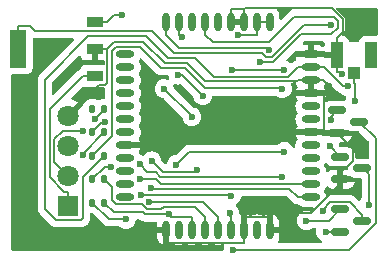
<source format=gbr>
%TF.GenerationSoftware,KiCad,Pcbnew,7.0.6*%
%TF.CreationDate,2024-04-01T13:07:50+03:00*%
%TF.ProjectId,SIM800 GPS Module,53494d38-3030-4204-9750-53204d6f6475,rev?*%
%TF.SameCoordinates,Original*%
%TF.FileFunction,Copper,L1,Top*%
%TF.FilePolarity,Positive*%
%FSLAX46Y46*%
G04 Gerber Fmt 4.6, Leading zero omitted, Abs format (unit mm)*
G04 Created by KiCad (PCBNEW 7.0.6) date 2024-04-01 13:07:50*
%MOMM*%
%LPD*%
G01*
G04 APERTURE LIST*
G04 Aperture macros list*
%AMRoundRect*
0 Rectangle with rounded corners*
0 $1 Rounding radius*
0 $2 $3 $4 $5 $6 $7 $8 $9 X,Y pos of 4 corners*
0 Add a 4 corners polygon primitive as box body*
4,1,4,$2,$3,$4,$5,$6,$7,$8,$9,$2,$3,0*
0 Add four circle primitives for the rounded corners*
1,1,$1+$1,$2,$3*
1,1,$1+$1,$4,$5*
1,1,$1+$1,$6,$7*
1,1,$1+$1,$8,$9*
0 Add four rect primitives between the rounded corners*
20,1,$1+$1,$2,$3,$4,$5,0*
20,1,$1+$1,$4,$5,$6,$7,0*
20,1,$1+$1,$6,$7,$8,$9,0*
20,1,$1+$1,$8,$9,$2,$3,0*%
G04 Aperture macros list end*
%TA.AperFunction,ComponentPad*%
%ADD10C,1.800000*%
%TD*%
%TA.AperFunction,ComponentPad*%
%ADD11R,1.800000X1.800000*%
%TD*%
%TA.AperFunction,SMDPad,CuDef*%
%ADD12R,1.473200X0.914400*%
%TD*%
%TA.AperFunction,SMDPad,CuDef*%
%ADD13R,1.473200X3.200400*%
%TD*%
%TA.AperFunction,SMDPad,CuDef*%
%ADD14O,1.600000X0.600000*%
%TD*%
%TA.AperFunction,SMDPad,CuDef*%
%ADD15O,0.600000X1.600000*%
%TD*%
%TA.AperFunction,SMDPad,CuDef*%
%ADD16RoundRect,0.135000X-0.135000X-0.185000X0.135000X-0.185000X0.135000X0.185000X-0.135000X0.185000X0*%
%TD*%
%TA.AperFunction,SMDPad,CuDef*%
%ADD17RoundRect,0.150000X-0.587500X-0.150000X0.587500X-0.150000X0.587500X0.150000X-0.587500X0.150000X0*%
%TD*%
%TA.AperFunction,SMDPad,CuDef*%
%ADD18R,1.000000X1.050000*%
%TD*%
%TA.AperFunction,SMDPad,CuDef*%
%ADD19R,1.050000X2.200000*%
%TD*%
%TA.AperFunction,ViaPad*%
%ADD20C,0.600000*%
%TD*%
%TA.AperFunction,Conductor*%
%ADD21C,0.200000*%
%TD*%
G04 APERTURE END LIST*
D10*
%TO.P,J3,4,Pin_4*%
%TO.N,GND*%
X126238000Y-85344000D03*
%TO.P,J3,3,Pin_3*%
%TO.N,RXD*%
X126238000Y-87884000D03*
%TO.P,J3,2,Pin_2*%
%TO.N,TXD*%
X126238000Y-90424000D03*
D11*
%TO.P,J3,1,Pin_1*%
%TO.N,+5V*%
X126238000Y-92964000D03*
%TD*%
D12*
%TO.P,U2,1,IN*%
%TO.N,+5V*%
X128485900Y-81992500D03*
%TO.P,U2,2,GND*%
%TO.N,GND*%
X128485900Y-79692500D03*
%TO.P,U2,3,OUT*%
%TO.N,+4.2V*%
X128485900Y-77392500D03*
D13*
%TO.P,U2,4,4*%
%TO.N,Net-(C5-Pad1)*%
X121958100Y-79692500D03*
%TD*%
D14*
%TO.P,U1,1,UART1_TXD*%
%TO.N,unconnected-(U1-UART1_TXD-Pad1)*%
X131050000Y-80150000D03*
%TO.P,U1,2,UART1_RXD*%
%TO.N,unconnected-(U1-UART1_RXD-Pad2)*%
X131050000Y-81250000D03*
%TO.P,U1,3,UART1_RTS*%
%TO.N,unconnected-(U1-UART1_RTS-Pad3)*%
X131050000Y-82350000D03*
%TO.P,U1,4,UART1_CTS*%
%TO.N,unconnected-(U1-UART1_CTS-Pad4)*%
X131050000Y-83450000D03*
%TO.P,U1,5,UART1_DCD*%
%TO.N,unconnected-(U1-UART1_DCD-Pad5)*%
X131050000Y-84550000D03*
%TO.P,U1,6,UART1_DTR*%
%TO.N,unconnected-(U1-UART1_DTR-Pad6)*%
X131050000Y-85650000D03*
%TO.P,U1,7,UART1_RI*%
%TO.N,unconnected-(U1-UART1_RI-Pad7)*%
X131050000Y-86750000D03*
%TO.P,U1,8,GND*%
%TO.N,GND*%
X131050000Y-87850000D03*
%TO.P,U1,9,MICP*%
%TO.N,unconnected-(U1-MICP-Pad9)*%
X131050000Y-88950000D03*
%TO.P,U1,10,MICN*%
%TO.N,unconnected-(U1-MICN-Pad10)*%
X131050000Y-90050000D03*
%TO.P,U1,11,SPKP*%
%TO.N,unconnected-(U1-SPKP-Pad11)*%
X131050000Y-91150000D03*
%TO.P,U1,12,SPKN*%
%TO.N,unconnected-(U1-SPKN-Pad12)*%
X131050000Y-92250000D03*
D15*
%TO.P,U1,13,GND*%
%TO.N,GND*%
X134500000Y-95000000D03*
%TO.P,U1,14,SIM_DET*%
%TO.N,unconnected-(U1-SIM_DET-Pad14)*%
X135600000Y-95000000D03*
%TO.P,U1,15,SIM_DATA*%
%TO.N,Net-(U1-SIM_DATA)*%
X136700000Y-95000000D03*
%TO.P,U1,16,SIM_CLK*%
%TO.N,Net-(U1-SIM_CLK)*%
X137800000Y-95000000D03*
%TO.P,U1,17,SIM_RST*%
%TO.N,Net-(U1-SIM_RST)*%
X138900000Y-95000000D03*
%TO.P,U1,18,SIM_VDD*%
%TO.N,Net-(J2-VCC)*%
X140000000Y-95000000D03*
%TO.P,U1,19,GND*%
%TO.N,GND*%
X141100000Y-95000000D03*
%TO.P,U1,20,BT_ANT*%
%TO.N,unconnected-(U1-BT_ANT-Pad20)*%
X142200000Y-95000000D03*
%TO.P,U1,21,GND*%
%TO.N,GND*%
X143300000Y-95000000D03*
D14*
%TO.P,U1,22,UART2_TXD*%
%TO.N,TXD*%
X146750000Y-92250000D03*
%TO.P,U1,23,UART2_RXD*%
%TO.N,RXD*%
X146750000Y-91150000D03*
%TO.P,U1,24,USB_VBUS*%
%TO.N,unconnected-(U1-USB_VBUS-Pad24)*%
X146750000Y-90050000D03*
%TO.P,U1,25,USB_DP*%
%TO.N,unconnected-(U1-USB_DP-Pad25)*%
X146750000Y-88950000D03*
%TO.P,U1,26,USB_DM*%
%TO.N,unconnected-(U1-USB_DM-Pad26)*%
X146750000Y-87850000D03*
%TO.P,U1,27,GND*%
%TO.N,GND*%
X146750000Y-86750000D03*
%TO.P,U1,28,VRTC*%
%TO.N,unconnected-(U1-VRTC-Pad28)*%
X146750000Y-85650000D03*
%TO.P,U1,29,RF_SYNC*%
%TO.N,unconnected-(U1-RF_SYNC-Pad29)*%
X146750000Y-84550000D03*
%TO.P,U1,30,GND*%
%TO.N,GND*%
X146750000Y-83450000D03*
%TO.P,U1,31,GND*%
X146750000Y-82350000D03*
%TO.P,U1,32,GSM_ANT*%
%TO.N,Net-(U1-GSM_ANT)*%
X146750000Y-81250000D03*
%TO.P,U1,33,GND*%
%TO.N,GND*%
X146750000Y-80150000D03*
D15*
%TO.P,U1,34,VBAT*%
%TO.N,+4.2V*%
X143300000Y-77400000D03*
%TO.P,U1,35,VBAT*%
X142200000Y-77400000D03*
%TO.P,U1,36,GND*%
%TO.N,GND*%
X141100000Y-77400000D03*
%TO.P,U1,37,GND*%
X140000000Y-77400000D03*
%TO.P,U1,38,ADC*%
%TO.N,unconnected-(U1-ADC-Pad38)*%
X138900000Y-77400000D03*
%TO.P,U1,39,~{PWRKEY}*%
%TO.N,Net-(Q3-C)*%
X137800000Y-77400000D03*
%TO.P,U1,40,VDD_EXT*%
%TO.N,unconnected-(U1-VDD_EXT-Pad40)*%
X136700000Y-77400000D03*
%TO.P,U1,41,NETLIGHT*%
%TO.N,NETLIGHT*%
X135600000Y-77400000D03*
%TO.P,U1,42,STATUS*%
%TO.N,STATUS*%
X134500000Y-77400000D03*
%TD*%
D16*
%TO.P,R10,1*%
%TO.N,Net-(J2-I{slash}O)*%
X128266000Y-92710000D03*
%TO.P,R10,2*%
%TO.N,Net-(U1-SIM_DATA)*%
X129286000Y-92710000D03*
%TD*%
%TO.P,R9,1*%
%TO.N,Net-(J2-CLK)*%
X128266000Y-90720000D03*
%TO.P,R9,2*%
%TO.N,Net-(U1-SIM_CLK)*%
X129286000Y-90720000D03*
%TD*%
%TO.P,R8,1*%
%TO.N,Net-(C3-Pad1)*%
X128266000Y-88730000D03*
%TO.P,R8,2*%
%TO.N,Net-(U1-GSM_ANT)*%
X129286000Y-88730000D03*
%TD*%
%TO.P,R7,1*%
%TO.N,Net-(J2-RST)*%
X128266000Y-86740000D03*
%TO.P,R7,2*%
%TO.N,Net-(U1-SIM_RST)*%
X129286000Y-86740000D03*
%TD*%
%TO.P,R3,1*%
%TO.N,GSM_PWRKY*%
X128266000Y-84750000D03*
%TO.P,R3,2*%
%TO.N,Net-(Q3-B)*%
X129286000Y-84750000D03*
%TD*%
D17*
%TO.P,Q3,1,B*%
%TO.N,Net-(Q3-B)*%
X149255000Y-93284000D03*
%TO.P,Q3,2,E*%
%TO.N,Net-(Q3-E)*%
X149255000Y-95184000D03*
%TO.P,Q3,3,C*%
%TO.N,Net-(Q3-C)*%
X151130000Y-94234000D03*
%TD*%
%TO.P,Q2,1,B*%
%TO.N,STATUS*%
X149255000Y-88834000D03*
%TO.P,Q2,2,E*%
%TO.N,GND*%
X149255000Y-90734000D03*
%TO.P,Q2,3,C*%
%TO.N,Net-(D2-K)*%
X151130000Y-89784000D03*
%TD*%
%TO.P,Q1,1,B*%
%TO.N,Net-(Q1-B)*%
X149001000Y-84902000D03*
%TO.P,Q1,2,E*%
%TO.N,GND*%
X149001000Y-86802000D03*
%TO.P,Q1,3,C*%
%TO.N,Net-(D1-K)*%
X150876000Y-85852000D03*
%TD*%
D18*
%TO.P,J1,2*%
%TO.N,Net-(C3-Pad1)*%
X150417000Y-81725000D03*
D19*
%TO.P,J1,1*%
%TO.N,GND*%
X148942000Y-80200000D03*
%TO.P,J1,3*%
%TO.N,N/C*%
X151892000Y-80200000D03*
%TD*%
D20*
%TO.N,RXD*%
X132308100Y-90736300D03*
%TO.N,TXD*%
X133215400Y-91435600D03*
X127458600Y-86618800D03*
%TO.N,Net-(C5-Pad1)*%
X148432800Y-77646500D03*
%TO.N,Net-(U1-SIM_RST)*%
X127469200Y-88653000D03*
X133091600Y-92662700D03*
%TO.N,NETLIGHT*%
X135852900Y-78714500D03*
%TO.N,+4.2V*%
X130775900Y-76830600D03*
X140592500Y-78533700D03*
%TO.N,Net-(Q3-C)*%
X147790300Y-93449200D03*
X142447800Y-80806500D03*
%TO.N,Net-(Q3-E)*%
X148001800Y-95177600D03*
%TO.N,Net-(Q3-B)*%
X146382500Y-94220800D03*
X144289700Y-90520800D03*
X132253700Y-89471700D03*
X128483000Y-85640300D03*
%TO.N,STATUS*%
X148344200Y-87923200D03*
X143186900Y-79782800D03*
%TO.N,Net-(Q1-B)*%
X148467500Y-85742400D03*
X144442900Y-81443800D03*
X140061700Y-81443800D03*
%TO.N,Net-(J2-RST)*%
X137141300Y-89934000D03*
X133289600Y-89162900D03*
X129306200Y-85891700D03*
%TO.N,Net-(J2-I{slash}O)*%
X131118600Y-94116100D03*
%TO.N,Net-(J2-CLK)*%
X129805300Y-89656400D03*
X132352500Y-92060800D03*
X140030100Y-92142100D03*
%TO.N,Net-(D2-A)*%
X137609600Y-83640400D03*
X135511800Y-81901900D03*
%TO.N,Net-(D2-K)*%
X151657100Y-92865800D03*
%TO.N,Net-(D1-A)*%
X134344100Y-83062200D03*
X136688500Y-85437300D03*
%TO.N,Net-(D1-K)*%
X140162100Y-96736900D03*
%TO.N,Net-(J2-VCC)*%
X139900000Y-93591000D03*
%TO.N,Net-(C3-Pad1)*%
X150494900Y-84096000D03*
X144342000Y-83049600D03*
%TO.N,Net-(U1-SIM_DATA)*%
X134719300Y-93673300D03*
X135360000Y-89494500D03*
X144522100Y-88384400D03*
%TO.N,GND*%
X148307700Y-82823400D03*
X149384100Y-81823100D03*
%TO.N,Net-(U1-GSM_ANT)*%
X149865500Y-82865300D03*
%TD*%
D21*
%TO.N,+5V*%
X125862400Y-91762100D02*
X126238000Y-91762100D01*
X124630800Y-90530500D02*
X125862400Y-91762100D01*
X124630800Y-84809100D02*
X124630800Y-90530500D01*
X127447400Y-81992500D02*
X124630800Y-84809100D01*
X128485900Y-81992500D02*
X127447400Y-81992500D01*
X126238000Y-92964000D02*
X126238000Y-91762100D01*
%TO.N,RXD*%
X146750000Y-91150000D02*
X145648100Y-91150000D01*
X133637600Y-90736300D02*
X132308100Y-90736300D01*
X134039400Y-91138100D02*
X133637600Y-90736300D01*
X145636200Y-91138100D02*
X134039400Y-91138100D01*
X145648100Y-91150000D02*
X145636200Y-91138100D01*
%TO.N,TXD*%
X146750000Y-92250000D02*
X145648100Y-92250000D01*
X125769900Y-86618800D02*
X127458600Y-86618800D01*
X125035800Y-87352900D02*
X125769900Y-86618800D01*
X125035800Y-89221800D02*
X125035800Y-87352900D01*
X126238000Y-90424000D02*
X125035800Y-89221800D01*
X133319900Y-91540100D02*
X133215400Y-91435600D01*
X144938200Y-91540100D02*
X133319900Y-91540100D01*
X145648100Y-92250000D02*
X144938200Y-91540100D01*
%TO.N,Net-(C5-Pad1)*%
X121958100Y-79692500D02*
X121958100Y-77790400D01*
X146174400Y-77646500D02*
X148432800Y-77646500D01*
X143436200Y-80384700D02*
X146174400Y-77646500D01*
X142937700Y-80384700D02*
X143436200Y-80384700D01*
X142588600Y-80035600D02*
X142937700Y-80384700D01*
X135141500Y-80035600D02*
X142588600Y-80035600D01*
X133279800Y-78173900D02*
X135141500Y-80035600D01*
X123380100Y-78173900D02*
X133279800Y-78173900D01*
X122996600Y-77790400D02*
X123380100Y-78173900D01*
X121958100Y-77790400D02*
X122996600Y-77790400D01*
%TO.N,Net-(U1-SIM_CLK)*%
X129948100Y-91382100D02*
X129286000Y-90720000D01*
X129948100Y-92514300D02*
X129948100Y-91382100D01*
X130285700Y-92851900D02*
X129948100Y-92514300D01*
X132420800Y-92851900D02*
X130285700Y-92851900D01*
X132853700Y-93284800D02*
X132420800Y-92851900D01*
X134098800Y-93284800D02*
X132853700Y-93284800D01*
X134345800Y-93037800D02*
X134098800Y-93284800D01*
X136939700Y-93037800D02*
X134345800Y-93037800D01*
X137800000Y-93898100D02*
X136939700Y-93037800D01*
X137800000Y-95000000D02*
X137800000Y-93898100D01*
%TO.N,Net-(U1-SIM_RST)*%
X138900000Y-95000000D02*
X138900000Y-93898100D01*
X133143600Y-92610700D02*
X133091600Y-92662700D01*
X137612600Y-92610700D02*
X133143600Y-92610700D01*
X138900000Y-93898100D02*
X137612600Y-92610700D01*
X127469200Y-88556800D02*
X127469200Y-88653000D01*
X129286000Y-86740000D02*
X127469200Y-88556800D01*
%TO.N,NETLIGHT*%
X135600000Y-77400000D02*
X135600000Y-78501900D01*
X135640300Y-78501900D02*
X135600000Y-78501900D01*
X135852900Y-78714500D02*
X135640300Y-78501900D01*
%TO.N,+4.2V*%
X130086300Y-76830600D02*
X129524400Y-77392500D01*
X130775900Y-76830600D02*
X130086300Y-76830600D01*
X128485900Y-77392500D02*
X129524400Y-77392500D01*
X142200000Y-77400000D02*
X143300000Y-77400000D01*
X142200000Y-77400000D02*
X142200000Y-78501900D01*
X140624300Y-78501900D02*
X140592500Y-78533700D01*
X142200000Y-78501900D02*
X140624300Y-78501900D01*
%TO.N,Net-(Q3-C)*%
X137800000Y-77400000D02*
X137800000Y-78501900D01*
X147790400Y-93449200D02*
X147790300Y-93449200D01*
X147790400Y-93309400D02*
X147790400Y-93449200D01*
X148418300Y-92681500D02*
X147790400Y-93309400D01*
X150080900Y-92681500D02*
X148418300Y-92681500D01*
X151130000Y-93730600D02*
X150080900Y-92681500D01*
X151130000Y-94234000D02*
X151130000Y-93730600D01*
X143582700Y-80806500D02*
X142447800Y-80806500D01*
X145936600Y-78452600D02*
X143582700Y-80806500D01*
X148479800Y-78452600D02*
X145936600Y-78452600D01*
X149039900Y-77892500D02*
X148479800Y-78452600D01*
X149039900Y-77329800D02*
X149039900Y-77892500D01*
X148684800Y-76974700D02*
X149039900Y-77329800D01*
X145371600Y-76974700D02*
X148684800Y-76974700D01*
X143210000Y-79136300D02*
X145371600Y-76974700D01*
X138434400Y-79136300D02*
X143210000Y-79136300D01*
X137800000Y-78501900D02*
X138434400Y-79136300D01*
%TO.N,Net-(Q3-E)*%
X148008200Y-95184000D02*
X148001800Y-95177600D01*
X149255000Y-95184000D02*
X148008200Y-95184000D01*
%TO.N,Net-(Q3-B)*%
X148318200Y-94220800D02*
X146382500Y-94220800D01*
X149255000Y-93284000D02*
X148318200Y-94220800D01*
X132917900Y-90135900D02*
X132253700Y-89471700D01*
X133605500Y-90135900D02*
X132917900Y-90135900D01*
X134013300Y-90543700D02*
X133605500Y-90135900D01*
X144266800Y-90543700D02*
X134013300Y-90543700D01*
X144289700Y-90520800D02*
X144266800Y-90543700D01*
X129286000Y-84837300D02*
X128483000Y-85640300D01*
X129286000Y-84750000D02*
X129286000Y-84837300D01*
%TO.N,STATUS*%
X134500000Y-77400000D02*
X134500000Y-78501900D01*
X149255000Y-88834000D02*
X148344200Y-87923200D01*
X143022900Y-79618800D02*
X143186900Y-79782800D01*
X135616900Y-79618800D02*
X143022900Y-79618800D01*
X134500000Y-78501900D02*
X135616900Y-79618800D01*
%TO.N,Net-(Q1-B)*%
X148467500Y-85435500D02*
X148467500Y-85742400D01*
X149001000Y-84902000D02*
X148467500Y-85435500D01*
X144442900Y-81443800D02*
X140061700Y-81443800D01*
%TO.N,Net-(J2-RST)*%
X129114300Y-85891700D02*
X129306200Y-85891700D01*
X128266000Y-86740000D02*
X129114300Y-85891700D01*
X136951100Y-90124200D02*
X137141300Y-89934000D01*
X134250900Y-90124200D02*
X136951100Y-90124200D01*
X133289600Y-89162900D02*
X134250900Y-90124200D01*
%TO.N,Net-(J2-I{slash}O)*%
X129672100Y-94116100D02*
X128266000Y-92710000D01*
X131118600Y-94116100D02*
X129672100Y-94116100D01*
%TO.N,Net-(J2-CLK)*%
X129329600Y-89656400D02*
X129805300Y-89656400D01*
X128266000Y-90720000D02*
X129329600Y-89656400D01*
X139948800Y-92060800D02*
X132352500Y-92060800D01*
X140030100Y-92142100D02*
X139948800Y-92060800D01*
%TO.N,Net-(D2-A)*%
X135871100Y-81901900D02*
X137609600Y-83640400D01*
X135511800Y-81901900D02*
X135871100Y-81901900D01*
%TO.N,Net-(D2-K)*%
X151657100Y-90311100D02*
X151657100Y-92865800D01*
X151130000Y-89784000D02*
X151657100Y-90311100D01*
%TO.N,Net-(D1-A)*%
X136688500Y-85406600D02*
X136688500Y-85437300D01*
X134344100Y-83062200D02*
X136688500Y-85406600D01*
%TO.N,Net-(D1-K)*%
X150004600Y-96736900D02*
X140162100Y-96736900D01*
X152273000Y-94468500D02*
X150004600Y-96736900D01*
X152273000Y-87249000D02*
X152273000Y-94468500D01*
X150876000Y-85852000D02*
X152273000Y-87249000D01*
%TO.N,Net-(J2-VCC)*%
X139900000Y-93798100D02*
X139900000Y-93591000D01*
X140000000Y-93898100D02*
X139900000Y-93798100D01*
X140000000Y-95000000D02*
X140000000Y-93898100D01*
%TO.N,Net-(C3-Pad1)*%
X150494900Y-82629800D02*
X150494900Y-84096000D01*
X150417000Y-82551900D02*
X150494900Y-82629800D01*
X150417000Y-81725000D02*
X150417000Y-82551900D01*
X129938600Y-87057400D02*
X128266000Y-88730000D01*
X129938600Y-79838300D02*
X129938600Y-87057400D01*
X130281300Y-79495600D02*
X129938600Y-79838300D01*
X132271100Y-79495600D02*
X130281300Y-79495600D01*
X134075400Y-81299900D02*
X132271100Y-79495600D01*
X136097500Y-81299900D02*
X134075400Y-81299900D01*
X137836100Y-83038500D02*
X136097500Y-81299900D01*
X144330900Y-83038500D02*
X137836100Y-83038500D01*
X144342000Y-83049600D02*
X144330900Y-83038500D01*
%TO.N,Net-(U1-SIM_DATA)*%
X136700000Y-95000000D02*
X136700000Y-93898100D01*
X134912000Y-93898100D02*
X134719300Y-93705400D01*
X136700000Y-93898100D02*
X134912000Y-93898100D01*
X132706000Y-93705400D02*
X134719300Y-93705400D01*
X132514800Y-93514200D02*
X132706000Y-93705400D01*
X130090200Y-93514200D02*
X132514800Y-93514200D01*
X129286000Y-92710000D02*
X130090200Y-93514200D01*
X136470100Y-88384400D02*
X144522100Y-88384400D01*
X135360000Y-89494500D02*
X136470100Y-88384400D01*
X134719300Y-93705400D02*
X134719300Y-93673300D01*
%TO.N,GND*%
X146767100Y-86750000D02*
X147851900Y-86750000D01*
X146767100Y-86750000D02*
X146750000Y-86750000D01*
X146750000Y-86750000D02*
X145648100Y-86750000D01*
X131050000Y-87850000D02*
X132151900Y-87850000D01*
X146750000Y-80150000D02*
X147851900Y-80150000D01*
X148949000Y-86750000D02*
X149001000Y-86802000D01*
X147851900Y-86750000D02*
X148949000Y-86750000D01*
X146750000Y-83450000D02*
X147751000Y-83450000D01*
X147851900Y-83550900D02*
X147751000Y-83450000D01*
X147851900Y-86750000D02*
X147851900Y-83550900D01*
X128485900Y-79692500D02*
X129524400Y-79692500D01*
X140000000Y-76298100D02*
X141100000Y-76298100D01*
X140000000Y-77400000D02*
X140000000Y-76298100D01*
X141100000Y-77400000D02*
X141100000Y-76399000D01*
X141100000Y-76399000D02*
X141100000Y-76299600D01*
X141100000Y-76299600D02*
X141100000Y-76298100D01*
X149444700Y-78295400D02*
X148942000Y-78798100D01*
X149444700Y-77140900D02*
X149444700Y-78295400D01*
X148527400Y-76223600D02*
X149444700Y-77140900D01*
X141176000Y-76223600D02*
X148527400Y-76223600D01*
X141100000Y-76299600D02*
X141176000Y-76223600D01*
X148942000Y-80200000D02*
X148942000Y-78798100D01*
X143300000Y-95000000D02*
X143300000Y-93999000D01*
X141100000Y-95000000D02*
X141100000Y-96101900D01*
X134500000Y-95000000D02*
X134500000Y-96101900D01*
X149255000Y-90221500D02*
X149255000Y-90734000D01*
X150339500Y-89137000D02*
X149255000Y-90221500D01*
X150339500Y-88140500D02*
X150339500Y-89137000D01*
X149001000Y-86802000D02*
X150339500Y-88140500D01*
X129524400Y-79655600D02*
X129524400Y-79692500D01*
X130102400Y-79077600D02*
X129524400Y-79655600D01*
X132551500Y-79077600D02*
X130102400Y-79077600D01*
X134371900Y-80898000D02*
X132551500Y-79077600D01*
X136263900Y-80898000D02*
X134371900Y-80898000D01*
X137813600Y-82447700D02*
X136263900Y-80898000D01*
X145550400Y-82447700D02*
X137813600Y-82447700D01*
X145648100Y-82350000D02*
X145550400Y-82447700D01*
X146750000Y-82350000D02*
X145648100Y-82350000D01*
X141100000Y-95000000D02*
X141100000Y-93898100D01*
X143300000Y-93898100D02*
X141100000Y-93898100D01*
X143300000Y-93898100D02*
X143300000Y-93999000D01*
X128806100Y-82775900D02*
X126238000Y-85344000D01*
X129323300Y-82775900D02*
X128806100Y-82775900D01*
X129524400Y-82574800D02*
X129323300Y-82775900D01*
X129524400Y-79692500D02*
X129524400Y-82574800D01*
X146750000Y-82350000D02*
X147851900Y-82350000D01*
X147851900Y-82367600D02*
X147851900Y-82350000D01*
X148307700Y-82823400D02*
X147851900Y-82367600D01*
X147751000Y-83380100D02*
X147751000Y-83450000D01*
X148307700Y-82823400D02*
X147751000Y-83380100D01*
X133251900Y-86750000D02*
X132151900Y-87850000D01*
X145648100Y-86750000D02*
X133251900Y-86750000D01*
X147901900Y-80200000D02*
X147851900Y-80150000D01*
X148942000Y-80200000D02*
X147901900Y-80200000D01*
X149162900Y-81601900D02*
X149384100Y-81823100D01*
X148942000Y-81601900D02*
X149162900Y-81601900D01*
X148942000Y-80200000D02*
X148942000Y-81601900D01*
X143579200Y-93618900D02*
X143300000Y-93898100D01*
X146732300Y-93618900D02*
X143579200Y-93618900D01*
X149255000Y-91096200D02*
X146732300Y-93618900D01*
X149255000Y-90734000D02*
X149255000Y-91096200D01*
X141100000Y-96101900D02*
X134500000Y-96101900D01*
%TO.N,Net-(U1-GSM_ANT)*%
X149467200Y-82865300D02*
X149865500Y-82865300D01*
X147851900Y-81250000D02*
X149467200Y-82865300D01*
X147301000Y-81250000D02*
X147851900Y-81250000D01*
X147301000Y-81250000D02*
X146750000Y-81250000D01*
X146750000Y-81250000D02*
X145648100Y-81250000D01*
X127468100Y-90547900D02*
X129286000Y-88730000D01*
X127468100Y-94033900D02*
X127468100Y-90547900D01*
X127317600Y-94184400D02*
X127468100Y-94033900D01*
X125180100Y-94184400D02*
X127317600Y-94184400D01*
X124228900Y-93233200D02*
X125180100Y-94184400D01*
X124228900Y-82282500D02*
X124228900Y-93233200D01*
X127885300Y-78626100D02*
X124228900Y-82282500D01*
X132830700Y-78626100D02*
X127885300Y-78626100D01*
X134642100Y-80437500D02*
X132830700Y-78626100D01*
X136973700Y-80437500D02*
X134642100Y-80437500D01*
X138582000Y-82045800D02*
X136973700Y-80437500D01*
X144852300Y-82045800D02*
X138582000Y-82045800D01*
X145648100Y-81250000D02*
X144852300Y-82045800D01*
%TD*%
%TA.AperFunction,Conductor*%
%TO.N,GND*%
G36*
X123380100Y-78779582D02*
G01*
X123415429Y-78774930D01*
X123423528Y-78774400D01*
X126588402Y-78774400D01*
X126655441Y-78794085D01*
X126701196Y-78846889D01*
X126711140Y-78916047D01*
X126682115Y-78979603D01*
X126676083Y-78986081D01*
X123834996Y-81827168D01*
X123828894Y-81832519D01*
X123800616Y-81854218D01*
X123730144Y-81946062D01*
X123704362Y-81979662D01*
X123704361Y-81979663D01*
X123643857Y-82125734D01*
X123643855Y-82125739D01*
X123623218Y-82282498D01*
X123627868Y-82317832D01*
X123628399Y-82325931D01*
X123628399Y-93189767D01*
X123627868Y-93197866D01*
X123625367Y-93216870D01*
X123623218Y-93233200D01*
X123624308Y-93241478D01*
X123634485Y-93318801D01*
X123634491Y-93318831D01*
X123643856Y-93389960D01*
X123643856Y-93389962D01*
X123692990Y-93508583D01*
X123704364Y-93536041D01*
X123800618Y-93661482D01*
X123828895Y-93683180D01*
X123834985Y-93688520D01*
X124280147Y-94133682D01*
X124724769Y-94578304D01*
X124730120Y-94584405D01*
X124751818Y-94612682D01*
X124830752Y-94673250D01*
X124877259Y-94708936D01*
X125023338Y-94769444D01*
X125101719Y-94779762D01*
X125180099Y-94790082D01*
X125180100Y-94790082D01*
X125215429Y-94785430D01*
X125223528Y-94784900D01*
X127274172Y-94784900D01*
X127282270Y-94785430D01*
X127317600Y-94790082D01*
X127317601Y-94790082D01*
X127369854Y-94783202D01*
X127474362Y-94769444D01*
X127620441Y-94708936D01*
X127666948Y-94673250D01*
X127745882Y-94612682D01*
X127767583Y-94584399D01*
X127772911Y-94578322D01*
X127862022Y-94489211D01*
X127868099Y-94483883D01*
X127896382Y-94462182D01*
X127992636Y-94336741D01*
X128053144Y-94190662D01*
X128058434Y-94150478D01*
X128073782Y-94033900D01*
X128069130Y-93998569D01*
X128068600Y-93990471D01*
X128068600Y-93661197D01*
X128088285Y-93594158D01*
X128141089Y-93548403D01*
X128210247Y-93538459D01*
X128273803Y-93567484D01*
X128280281Y-93573516D01*
X129216769Y-94510004D01*
X129222120Y-94516105D01*
X129243818Y-94544382D01*
X129349223Y-94625262D01*
X129369259Y-94640636D01*
X129515338Y-94701144D01*
X129574532Y-94708937D01*
X129672099Y-94721782D01*
X129672100Y-94721782D01*
X129707429Y-94717130D01*
X129715528Y-94716600D01*
X130536188Y-94716600D01*
X130603227Y-94736285D01*
X130613503Y-94743655D01*
X130616336Y-94745914D01*
X130616338Y-94745916D01*
X130769078Y-94841889D01*
X130860846Y-94874000D01*
X130939345Y-94901468D01*
X130939350Y-94901469D01*
X131118596Y-94921665D01*
X131118600Y-94921665D01*
X131118604Y-94921665D01*
X131297849Y-94901469D01*
X131297852Y-94901468D01*
X131297855Y-94901468D01*
X131468122Y-94841889D01*
X131620862Y-94745916D01*
X131748416Y-94618362D01*
X131844389Y-94465622D01*
X131903968Y-94295355D01*
X131903969Y-94295349D01*
X131911916Y-94224817D01*
X131938982Y-94160403D01*
X131996577Y-94120848D01*
X132035136Y-94114700D01*
X132210888Y-94114700D01*
X132277927Y-94134385D01*
X132286374Y-94140324D01*
X132351976Y-94190662D01*
X132403159Y-94229936D01*
X132549238Y-94290444D01*
X132586541Y-94295355D01*
X132705999Y-94311082D01*
X132706000Y-94311082D01*
X132741329Y-94306430D01*
X132749428Y-94305900D01*
X133578052Y-94305900D01*
X133645091Y-94325585D01*
X133690846Y-94378389D01*
X133701272Y-94443787D01*
X133700000Y-94455073D01*
X133700000Y-94750000D01*
X134626000Y-94750000D01*
X134693039Y-94769685D01*
X134738794Y-94822489D01*
X134750000Y-94874000D01*
X134750000Y-96260081D01*
X134849302Y-96225336D01*
X134983558Y-96140978D01*
X135050795Y-96121978D01*
X135115502Y-96140978D01*
X135250474Y-96225787D01*
X135250478Y-96225789D01*
X135348479Y-96260081D01*
X135420745Y-96285368D01*
X135420750Y-96285369D01*
X135599996Y-96305565D01*
X135600000Y-96305565D01*
X135600004Y-96305565D01*
X135779249Y-96285369D01*
X135779252Y-96285368D01*
X135779255Y-96285368D01*
X135949522Y-96225789D01*
X135949526Y-96225787D01*
X135996170Y-96196478D01*
X136084030Y-96141271D01*
X136151262Y-96122272D01*
X136215971Y-96141273D01*
X136350473Y-96225787D01*
X136350477Y-96225788D01*
X136350478Y-96225789D01*
X136448479Y-96260081D01*
X136520745Y-96285368D01*
X136520750Y-96285369D01*
X136699996Y-96305565D01*
X136700000Y-96305565D01*
X136700004Y-96305565D01*
X136879249Y-96285369D01*
X136879252Y-96285368D01*
X136879255Y-96285368D01*
X137049522Y-96225789D01*
X137049526Y-96225787D01*
X137116673Y-96183595D01*
X137184029Y-96141272D01*
X137251264Y-96122272D01*
X137315970Y-96141272D01*
X137380720Y-96181957D01*
X137450475Y-96225788D01*
X137620745Y-96285368D01*
X137620750Y-96285369D01*
X137799996Y-96305565D01*
X137800000Y-96305565D01*
X137800004Y-96305565D01*
X137979249Y-96285369D01*
X137979252Y-96285368D01*
X137979255Y-96285368D01*
X138149522Y-96225789D01*
X138149526Y-96225787D01*
X138216673Y-96183595D01*
X138284029Y-96141272D01*
X138351264Y-96122272D01*
X138415970Y-96141272D01*
X138480720Y-96181957D01*
X138550475Y-96225788D01*
X138720745Y-96285368D01*
X138720750Y-96285369D01*
X138899996Y-96305565D01*
X138900000Y-96305565D01*
X138900004Y-96305565D01*
X139079249Y-96285369D01*
X139079252Y-96285368D01*
X139079255Y-96285368D01*
X139249522Y-96225789D01*
X139265929Y-96215479D01*
X139333164Y-96196478D01*
X139400000Y-96216844D01*
X139445216Y-96270111D01*
X139454455Y-96339367D01*
X139438956Y-96380924D01*
X139439331Y-96381105D01*
X139437375Y-96385165D01*
X139436901Y-96386438D01*
X139436311Y-96387375D01*
X139376731Y-96557645D01*
X139376730Y-96557649D01*
X139363916Y-96671384D01*
X139336849Y-96735798D01*
X139279255Y-96775353D01*
X139240696Y-96781500D01*
X121528500Y-96781500D01*
X121461461Y-96761815D01*
X121415706Y-96709011D01*
X121404500Y-96657500D01*
X121404500Y-95250000D01*
X133700000Y-95250000D01*
X133700000Y-95544930D01*
X133715122Y-95679141D01*
X133774663Y-95849301D01*
X133870577Y-96001948D01*
X133998051Y-96129422D01*
X134150697Y-96225336D01*
X134250000Y-96260082D01*
X134250000Y-95250000D01*
X133700000Y-95250000D01*
X121404500Y-95250000D01*
X121404500Y-81917199D01*
X121424185Y-81850160D01*
X121476989Y-81804405D01*
X121528500Y-81793199D01*
X122742571Y-81793199D01*
X122742572Y-81793199D01*
X122802183Y-81786791D01*
X122937031Y-81736496D01*
X123052246Y-81650246D01*
X123138496Y-81535031D01*
X123188791Y-81400183D01*
X123195200Y-81340573D01*
X123195199Y-78896633D01*
X123214884Y-78829595D01*
X123267687Y-78783840D01*
X123335384Y-78773695D01*
X123380100Y-78779582D01*
G37*
%TD.AperFunction*%
%TA.AperFunction,Conductor*%
G36*
X144705142Y-92160285D02*
G01*
X144725784Y-92176919D01*
X145192769Y-92643904D01*
X145198120Y-92650005D01*
X145219818Y-92678282D01*
X145290001Y-92732135D01*
X145345259Y-92774536D01*
X145345262Y-92774537D01*
X145345263Y-92774538D01*
X145418298Y-92804789D01*
X145491338Y-92835044D01*
X145648100Y-92855682D01*
X145655365Y-92854725D01*
X145724398Y-92865486D01*
X145741736Y-92876279D01*
X145741842Y-92876111D01*
X145747737Y-92879815D01*
X145747738Y-92879816D01*
X145900478Y-92975789D01*
X145984250Y-93005102D01*
X146070745Y-93035368D01*
X146070750Y-93035369D01*
X146161246Y-93045565D01*
X146205040Y-93050499D01*
X146205043Y-93050500D01*
X146205046Y-93050500D01*
X146906957Y-93050500D01*
X146973996Y-93070185D01*
X147019751Y-93122989D01*
X147029695Y-93192147D01*
X147023998Y-93215455D01*
X147004933Y-93269937D01*
X147004930Y-93269949D01*
X146985301Y-93444169D01*
X146958234Y-93508583D01*
X146900640Y-93548138D01*
X146830803Y-93550275D01*
X146796109Y-93535279D01*
X146732023Y-93495011D01*
X146561754Y-93435431D01*
X146561749Y-93435430D01*
X146382504Y-93415235D01*
X146382496Y-93415235D01*
X146203250Y-93435430D01*
X146203245Y-93435431D01*
X146032976Y-93495011D01*
X145880237Y-93590984D01*
X145752684Y-93718537D01*
X145656711Y-93871276D01*
X145597131Y-94041545D01*
X145597130Y-94041550D01*
X145576935Y-94220796D01*
X145576935Y-94220803D01*
X145597130Y-94400049D01*
X145597131Y-94400054D01*
X145656711Y-94570323D01*
X145691232Y-94625262D01*
X145752684Y-94723062D01*
X145880238Y-94850616D01*
X146032978Y-94946589D01*
X146203245Y-95006167D01*
X146203245Y-95006168D01*
X146203250Y-95006169D01*
X146382496Y-95026365D01*
X146382500Y-95026365D01*
X146382504Y-95026365D01*
X146561749Y-95006169D01*
X146561752Y-95006168D01*
X146561755Y-95006168D01*
X146732022Y-94946589D01*
X146884762Y-94850616D01*
X146884767Y-94850610D01*
X146887597Y-94848355D01*
X146889775Y-94847465D01*
X146890658Y-94846911D01*
X146890755Y-94847065D01*
X146952283Y-94821945D01*
X146964912Y-94821300D01*
X147103621Y-94821300D01*
X147170660Y-94840985D01*
X147216415Y-94893789D01*
X147226359Y-94962947D01*
X147220661Y-94986258D01*
X147216433Y-94998339D01*
X147216430Y-94998350D01*
X147196235Y-95177596D01*
X147196235Y-95177603D01*
X147216430Y-95356849D01*
X147216431Y-95356854D01*
X147276011Y-95527123D01*
X147371531Y-95679141D01*
X147371984Y-95679862D01*
X147499538Y-95807416D01*
X147566198Y-95849301D01*
X147658174Y-95907094D01*
X147656573Y-95909640D01*
X147698506Y-95947494D01*
X147716824Y-96014920D01*
X147695781Y-96081546D01*
X147642059Y-96126218D01*
X147592850Y-96136400D01*
X144069302Y-96136400D01*
X144002263Y-96116715D01*
X143956508Y-96063911D01*
X143946564Y-95994753D01*
X143964308Y-95946428D01*
X144025336Y-95849301D01*
X144084877Y-95679141D01*
X144099999Y-95544930D01*
X144100000Y-95544929D01*
X144100000Y-95250000D01*
X143174000Y-95250000D01*
X143106961Y-95230315D01*
X143061206Y-95177511D01*
X143050000Y-95126000D01*
X143049999Y-93739916D01*
X143550000Y-93739916D01*
X143550000Y-94750000D01*
X144100000Y-94750000D01*
X144100000Y-94455070D01*
X144099999Y-94455069D01*
X144084877Y-94320858D01*
X144025336Y-94150698D01*
X143929422Y-93998051D01*
X143801948Y-93870577D01*
X143649305Y-93774665D01*
X143649301Y-93774663D01*
X143550000Y-93739916D01*
X143049999Y-93739916D01*
X143049998Y-93739916D01*
X142950698Y-93774663D01*
X142950694Y-93774665D01*
X142816441Y-93859022D01*
X142749204Y-93878022D01*
X142684498Y-93859022D01*
X142549522Y-93774211D01*
X142549522Y-93774210D01*
X142379254Y-93714631D01*
X142379249Y-93714630D01*
X142200004Y-93694435D01*
X142199996Y-93694435D01*
X142020750Y-93714630D01*
X142020745Y-93714631D01*
X141850476Y-93774211D01*
X141715502Y-93859022D01*
X141648265Y-93878022D01*
X141583558Y-93859022D01*
X141449305Y-93774665D01*
X141449301Y-93774663D01*
X141350000Y-93739916D01*
X141350000Y-95126000D01*
X141330315Y-95193039D01*
X141277511Y-95238794D01*
X141226000Y-95250000D01*
X140974000Y-95250000D01*
X140906961Y-95230315D01*
X140861206Y-95177511D01*
X140850000Y-95126000D01*
X140849999Y-93739916D01*
X140842751Y-93734773D01*
X140798659Y-93737024D01*
X140738032Y-93702294D01*
X140705806Y-93640300D01*
X140704265Y-93602535D01*
X140705565Y-93590999D01*
X140705565Y-93590996D01*
X140685369Y-93411750D01*
X140685368Y-93411745D01*
X140625788Y-93241476D01*
X140536690Y-93099678D01*
X140529816Y-93088738D01*
X140446180Y-93005102D01*
X140412695Y-92943779D01*
X140417679Y-92874087D01*
X140459551Y-92818154D01*
X140467889Y-92812427D01*
X140469113Y-92811658D01*
X140532362Y-92771916D01*
X140659916Y-92644362D01*
X140755889Y-92491622D01*
X140815468Y-92321355D01*
X140823426Y-92250717D01*
X140850493Y-92186303D01*
X140908087Y-92146748D01*
X140946647Y-92140600D01*
X144638103Y-92140600D01*
X144705142Y-92160285D01*
G37*
%TD.AperFunction*%
%TA.AperFunction,Conductor*%
G36*
X148115964Y-89342672D02*
G01*
X148142452Y-89374086D01*
X148149414Y-89385859D01*
X148149423Y-89385870D01*
X148265629Y-89502076D01*
X148265633Y-89502079D01*
X148265635Y-89502081D01*
X148407102Y-89585744D01*
X148448724Y-89597836D01*
X148564926Y-89631597D01*
X148564929Y-89631597D01*
X148564931Y-89631598D01*
X148577222Y-89632565D01*
X148601804Y-89634500D01*
X148601806Y-89634500D01*
X149768000Y-89634500D01*
X149835039Y-89654185D01*
X149880794Y-89706989D01*
X149892000Y-89758500D01*
X149892000Y-89810000D01*
X149872315Y-89877039D01*
X149819511Y-89922794D01*
X149768000Y-89934000D01*
X149505000Y-89934000D01*
X149505000Y-90484000D01*
X150160685Y-90484000D01*
X150223806Y-90501268D01*
X150282102Y-90535744D01*
X150323724Y-90547836D01*
X150439926Y-90581597D01*
X150439929Y-90581597D01*
X150439931Y-90581598D01*
X150452222Y-90582565D01*
X150476804Y-90584500D01*
X150476806Y-90584500D01*
X150932600Y-90584500D01*
X150999639Y-90604185D01*
X151045394Y-90656989D01*
X151056600Y-90708500D01*
X151056600Y-92283387D01*
X151036915Y-92350426D01*
X151029550Y-92360696D01*
X151027284Y-92363537D01*
X150949826Y-92486809D01*
X150897491Y-92533100D01*
X150828438Y-92543747D01*
X150764589Y-92515372D01*
X150757152Y-92508517D01*
X150735444Y-92486809D01*
X150536220Y-92287585D01*
X150530880Y-92281495D01*
X150509182Y-92253218D01*
X150383741Y-92156964D01*
X150359077Y-92146748D01*
X150237662Y-92096456D01*
X150237660Y-92096455D01*
X150120261Y-92081000D01*
X150080900Y-92075818D01*
X150045570Y-92080469D01*
X150037472Y-92081000D01*
X148461728Y-92081000D01*
X148453629Y-92080469D01*
X148418300Y-92075818D01*
X148378939Y-92081000D01*
X148261539Y-92096455D01*
X148261537Y-92096456D01*
X148193030Y-92124832D01*
X148123560Y-92132299D01*
X148061082Y-92101024D01*
X148028537Y-92051224D01*
X148000510Y-91971128D01*
X147975789Y-91900478D01*
X147891272Y-91765971D01*
X147872273Y-91698736D01*
X147891273Y-91634028D01*
X147926267Y-91578335D01*
X147975789Y-91499522D01*
X147978117Y-91492871D01*
X148003075Y-91421542D01*
X148011183Y-91398371D01*
X148051903Y-91341596D01*
X148116856Y-91315848D01*
X148185417Y-91329304D01*
X148215905Y-91351645D01*
X148265938Y-91401678D01*
X148265947Y-91401685D01*
X148407303Y-91485282D01*
X148407306Y-91485283D01*
X148565004Y-91531099D01*
X148565010Y-91531100D01*
X148601856Y-91534000D01*
X149005000Y-91534000D01*
X149005000Y-90984000D01*
X149505000Y-90984000D01*
X149505000Y-91534000D01*
X149908144Y-91534000D01*
X149944989Y-91531100D01*
X149944995Y-91531099D01*
X150102693Y-91485283D01*
X150102696Y-91485282D01*
X150244052Y-91401685D01*
X150244061Y-91401678D01*
X150360178Y-91285561D01*
X150360185Y-91285552D01*
X150443781Y-91144198D01*
X150489600Y-90986486D01*
X150489795Y-90984001D01*
X150489795Y-90984000D01*
X149505000Y-90984000D01*
X149005000Y-90984000D01*
X149005000Y-89934000D01*
X148601856Y-89934000D01*
X148565010Y-89936899D01*
X148565004Y-89936900D01*
X148407306Y-89982716D01*
X148407303Y-89982717D01*
X148265947Y-90066314D01*
X148265935Y-90066323D01*
X148260588Y-90071671D01*
X148199264Y-90105153D01*
X148129572Y-90100166D01*
X148073640Y-90058292D01*
X148049691Y-89997869D01*
X148035369Y-89870749D01*
X148035368Y-89870745D01*
X147975788Y-89700475D01*
X147903697Y-89585745D01*
X147891272Y-89565970D01*
X147872272Y-89498736D01*
X147891270Y-89434031D01*
X147930729Y-89371233D01*
X147983062Y-89324945D01*
X148052115Y-89314297D01*
X148115964Y-89342672D01*
G37*
%TD.AperFunction*%
%TA.AperFunction,Conductor*%
G36*
X132436180Y-80510498D02*
G01*
X132443618Y-80517353D01*
X133620069Y-81693804D01*
X133625420Y-81699905D01*
X133647118Y-81728182D01*
X133733013Y-81794091D01*
X133772559Y-81824436D01*
X133772561Y-81824436D01*
X133772563Y-81824438D01*
X133792073Y-81832519D01*
X133918638Y-81884944D01*
X134047426Y-81901900D01*
X134075399Y-81905583D01*
X134075400Y-81905583D01*
X134110734Y-81900930D01*
X134118834Y-81900400D01*
X134595253Y-81900400D01*
X134662292Y-81920085D01*
X134708047Y-81972889D01*
X134718473Y-82010517D01*
X134726430Y-82081150D01*
X134726431Y-82081154D01*
X134747746Y-82142067D01*
X134751307Y-82211846D01*
X134716578Y-82272474D01*
X134654585Y-82304701D01*
X134589750Y-82300064D01*
X134523357Y-82276832D01*
X134523349Y-82276830D01*
X134344104Y-82256635D01*
X134344096Y-82256635D01*
X134164850Y-82276830D01*
X134164845Y-82276831D01*
X133994576Y-82336411D01*
X133841837Y-82432384D01*
X133714284Y-82559937D01*
X133618311Y-82712676D01*
X133558731Y-82882945D01*
X133558730Y-82882950D01*
X133538535Y-83062196D01*
X133538535Y-83062203D01*
X133558730Y-83241449D01*
X133558731Y-83241454D01*
X133618311Y-83411723D01*
X133706367Y-83551862D01*
X133714284Y-83564462D01*
X133841838Y-83692016D01*
X133994578Y-83787989D01*
X134164845Y-83847568D01*
X134251769Y-83857361D01*
X134316180Y-83884426D01*
X134325565Y-83892900D01*
X135853899Y-85421234D01*
X135887384Y-85482557D01*
X135889438Y-85495031D01*
X135903130Y-85616549D01*
X135962710Y-85786821D01*
X135989373Y-85829254D01*
X136058684Y-85939562D01*
X136186238Y-86067116D01*
X136338978Y-86163089D01*
X136466912Y-86207855D01*
X136509245Y-86222668D01*
X136509250Y-86222669D01*
X136688496Y-86242865D01*
X136688500Y-86242865D01*
X136688504Y-86242865D01*
X136867749Y-86222669D01*
X136867752Y-86222668D01*
X136867755Y-86222668D01*
X137038022Y-86163089D01*
X137190762Y-86067116D01*
X137318316Y-85939562D01*
X137414289Y-85786822D01*
X137473868Y-85616555D01*
X137474621Y-85609871D01*
X137494065Y-85437303D01*
X137494065Y-85437296D01*
X137473869Y-85258050D01*
X137473868Y-85258045D01*
X137449137Y-85187369D01*
X137414289Y-85087778D01*
X137393317Y-85054402D01*
X137318315Y-84935037D01*
X137190762Y-84807484D01*
X137038021Y-84711510D01*
X136867749Y-84651930D01*
X136815427Y-84646035D01*
X136751014Y-84618968D01*
X136741631Y-84610496D01*
X135174800Y-83043665D01*
X135141315Y-82982342D01*
X135139263Y-82969884D01*
X135129468Y-82882945D01*
X135125056Y-82870337D01*
X135108154Y-82822032D01*
X135104592Y-82752253D01*
X135139320Y-82691626D01*
X135201314Y-82659398D01*
X135266150Y-82664036D01*
X135332537Y-82687266D01*
X135332543Y-82687267D01*
X135332545Y-82687268D01*
X135332546Y-82687268D01*
X135332550Y-82687269D01*
X135511796Y-82707465D01*
X135511800Y-82707465D01*
X135511804Y-82707465D01*
X135691046Y-82687269D01*
X135691045Y-82687269D01*
X135691055Y-82687268D01*
X135703572Y-82682887D01*
X135773348Y-82679322D01*
X135832211Y-82712246D01*
X136778898Y-83658933D01*
X136812383Y-83720256D01*
X136814437Y-83732730D01*
X136824230Y-83819649D01*
X136824231Y-83819654D01*
X136824232Y-83819655D01*
X136825826Y-83824211D01*
X136883810Y-83989921D01*
X136927131Y-84058865D01*
X136979784Y-84142662D01*
X137107338Y-84270216D01*
X137260078Y-84366189D01*
X137273113Y-84370750D01*
X137430345Y-84425768D01*
X137430350Y-84425769D01*
X137609596Y-84445965D01*
X137609600Y-84445965D01*
X137609604Y-84445965D01*
X137788849Y-84425769D01*
X137788852Y-84425768D01*
X137788855Y-84425768D01*
X137959122Y-84366189D01*
X138111862Y-84270216D01*
X138239416Y-84142662D01*
X138335389Y-83989922D01*
X138394968Y-83819655D01*
X138396733Y-83803993D01*
X138402916Y-83749117D01*
X138429982Y-83684703D01*
X138487577Y-83645148D01*
X138526136Y-83639000D01*
X143747960Y-83639000D01*
X143814999Y-83658685D01*
X143835641Y-83675319D01*
X143839738Y-83679416D01*
X143992478Y-83775389D01*
X144132003Y-83824211D01*
X144162745Y-83834968D01*
X144162750Y-83834969D01*
X144341996Y-83855165D01*
X144342000Y-83855165D01*
X144342004Y-83855165D01*
X144521249Y-83834969D01*
X144521252Y-83834968D01*
X144521255Y-83834968D01*
X144691522Y-83775389D01*
X144844262Y-83679416D01*
X144971816Y-83551862D01*
X145067789Y-83399122D01*
X145127368Y-83228855D01*
X145141808Y-83100697D01*
X145147565Y-83049603D01*
X145147565Y-83049596D01*
X145127369Y-82870350D01*
X145127366Y-82870337D01*
X145077915Y-82729015D01*
X145074353Y-82659236D01*
X145109081Y-82598609D01*
X145147502Y-82573499D01*
X145155141Y-82570336D01*
X145155140Y-82570335D01*
X145174081Y-82562490D01*
X145178417Y-82554201D01*
X145192160Y-82541928D01*
X145274939Y-82478411D01*
X145340106Y-82453219D01*
X145408550Y-82467258D01*
X145458540Y-82516072D01*
X145467464Y-82535834D01*
X145524664Y-82699303D01*
X145609317Y-82834028D01*
X145628317Y-82901265D01*
X145609317Y-82965972D01*
X145524663Y-83100697D01*
X145489917Y-83200000D01*
X146500000Y-83200000D01*
X146500000Y-82224000D01*
X146519685Y-82156961D01*
X146572489Y-82111206D01*
X146624000Y-82100000D01*
X146876000Y-82100000D01*
X146943039Y-82119685D01*
X146988794Y-82172489D01*
X147000000Y-82224000D01*
X147000000Y-83200000D01*
X148010082Y-83200000D01*
X147975336Y-83100698D01*
X147890682Y-82965972D01*
X147871682Y-82898735D01*
X147890682Y-82834028D01*
X147975336Y-82699301D01*
X148033705Y-82532490D01*
X148074426Y-82475714D01*
X148139379Y-82449966D01*
X148207941Y-82463422D01*
X148238428Y-82485763D01*
X149011869Y-83259204D01*
X149017220Y-83265305D01*
X149038918Y-83293582D01*
X149135331Y-83367562D01*
X149164359Y-83389836D01*
X149164362Y-83389837D01*
X149164363Y-83389838D01*
X149217196Y-83411722D01*
X149301355Y-83446581D01*
X149341583Y-83473461D01*
X149363238Y-83495116D01*
X149515978Y-83591089D01*
X149672897Y-83645997D01*
X149729673Y-83686719D01*
X149755421Y-83751671D01*
X149748985Y-83803993D01*
X149709532Y-83916742D01*
X149709530Y-83916750D01*
X149701122Y-83991383D01*
X149674056Y-84055797D01*
X149616461Y-84095352D01*
X149577902Y-84101500D01*
X148347804Y-84101500D01*
X148310932Y-84104401D01*
X148310926Y-84104402D01*
X148153106Y-84150254D01*
X148153105Y-84150254D01*
X148104715Y-84178872D01*
X148036991Y-84196054D01*
X147970729Y-84173893D01*
X147936601Y-84138111D01*
X147890978Y-84065502D01*
X147871978Y-83998265D01*
X147890978Y-83933558D01*
X147975336Y-83799302D01*
X148010083Y-83700000D01*
X145489917Y-83700000D01*
X145524663Y-83799302D01*
X145609022Y-83933558D01*
X145628022Y-84000795D01*
X145609022Y-84065502D01*
X145524211Y-84200476D01*
X145464631Y-84370745D01*
X145464630Y-84370750D01*
X145444435Y-84549996D01*
X145444435Y-84550003D01*
X145464630Y-84729249D01*
X145464631Y-84729254D01*
X145524211Y-84899523D01*
X145608726Y-85034028D01*
X145627726Y-85101265D01*
X145608726Y-85165972D01*
X145524211Y-85300476D01*
X145464631Y-85470745D01*
X145464630Y-85470750D01*
X145444435Y-85649996D01*
X145444435Y-85650003D01*
X145464630Y-85829249D01*
X145464631Y-85829254D01*
X145518190Y-85982315D01*
X145524211Y-85999522D01*
X145609022Y-86134498D01*
X145628022Y-86201733D01*
X145609022Y-86266440D01*
X145524664Y-86400695D01*
X145489917Y-86500000D01*
X147986638Y-86500000D01*
X148053677Y-86519685D01*
X148074319Y-86536319D01*
X148090000Y-86552000D01*
X149906685Y-86552000D01*
X149969806Y-86569268D01*
X150028102Y-86603744D01*
X150069724Y-86615836D01*
X150185926Y-86649597D01*
X150185929Y-86649597D01*
X150185931Y-86649598D01*
X150198222Y-86650565D01*
X150222804Y-86652500D01*
X150222806Y-86652500D01*
X150775903Y-86652500D01*
X150842942Y-86672185D01*
X150863584Y-86688818D01*
X151636182Y-87461417D01*
X151669666Y-87522738D01*
X151672500Y-87549096D01*
X151672500Y-88859500D01*
X151652815Y-88926539D01*
X151600011Y-88972294D01*
X151548500Y-88983500D01*
X150617000Y-88983500D01*
X150549961Y-88963815D01*
X150504206Y-88911011D01*
X150493000Y-88859500D01*
X150493000Y-88618304D01*
X150490098Y-88581432D01*
X150490097Y-88581426D01*
X150444245Y-88423606D01*
X150444244Y-88423603D01*
X150444244Y-88423602D01*
X150360581Y-88282135D01*
X150360579Y-88282133D01*
X150360576Y-88282129D01*
X150244370Y-88165923D01*
X150244362Y-88165917D01*
X150166181Y-88119681D01*
X150102898Y-88082256D01*
X150102897Y-88082255D01*
X150102896Y-88082255D01*
X150102893Y-88082254D01*
X149945073Y-88036402D01*
X149945067Y-88036401D01*
X149908196Y-88033500D01*
X149908194Y-88033500D01*
X149355097Y-88033500D01*
X149288058Y-88013815D01*
X149267416Y-87997181D01*
X149174900Y-87904665D01*
X149141415Y-87843342D01*
X149139363Y-87830886D01*
X149129568Y-87743945D01*
X149129567Y-87743943D01*
X149129110Y-87739882D01*
X149141166Y-87671060D01*
X149188516Y-87619681D01*
X149252331Y-87602000D01*
X149654144Y-87602000D01*
X149690989Y-87599100D01*
X149690995Y-87599099D01*
X149848693Y-87553283D01*
X149848696Y-87553282D01*
X149990052Y-87469685D01*
X149990061Y-87469678D01*
X150106178Y-87353561D01*
X150106185Y-87353552D01*
X150189781Y-87212198D01*
X150235600Y-87054486D01*
X150235795Y-87052001D01*
X150235795Y-87052000D01*
X147826862Y-87052000D01*
X147759823Y-87032315D01*
X147739181Y-87015681D01*
X147723500Y-87000000D01*
X145489917Y-87000000D01*
X145524663Y-87099302D01*
X145609022Y-87233558D01*
X145628022Y-87300795D01*
X145609022Y-87365502D01*
X145524211Y-87500476D01*
X145464631Y-87670745D01*
X145464630Y-87670750D01*
X145444435Y-87849996D01*
X145444435Y-87850005D01*
X145451933Y-87916558D01*
X145439878Y-87985379D01*
X145392528Y-88036758D01*
X145324918Y-88054382D01*
X145258512Y-88032655D01*
X145223719Y-87996412D01*
X145218190Y-87987612D01*
X145151916Y-87882138D01*
X145024362Y-87754584D01*
X144975688Y-87724000D01*
X144871623Y-87658611D01*
X144701354Y-87599031D01*
X144701349Y-87599030D01*
X144522104Y-87578835D01*
X144522096Y-87578835D01*
X144342850Y-87599030D01*
X144342845Y-87599031D01*
X144172576Y-87658611D01*
X144019836Y-87754585D01*
X144017003Y-87756845D01*
X144014824Y-87757734D01*
X144013942Y-87758289D01*
X144013844Y-87758134D01*
X143952317Y-87783255D01*
X143939688Y-87783900D01*
X136513528Y-87783900D01*
X136505429Y-87783369D01*
X136470100Y-87778718D01*
X136470099Y-87778718D01*
X136313339Y-87799355D01*
X136313334Y-87799357D01*
X136167263Y-87859861D01*
X136167258Y-87859864D01*
X136084718Y-87923200D01*
X136041817Y-87956118D01*
X136020123Y-87984389D01*
X136014771Y-87990492D01*
X135341465Y-88663798D01*
X135280142Y-88697283D01*
X135267668Y-88699337D01*
X135180750Y-88709130D01*
X135010478Y-88768710D01*
X134857737Y-88864684D01*
X134730184Y-88992237D01*
X134634211Y-89144976D01*
X134574631Y-89315245D01*
X134573083Y-89322032D01*
X134571582Y-89321689D01*
X134547681Y-89378549D01*
X134490081Y-89418097D01*
X134420244Y-89420226D01*
X134363857Y-89387921D01*
X134120299Y-89144364D01*
X134086815Y-89083042D01*
X134084763Y-89070586D01*
X134074968Y-88983645D01*
X134015389Y-88813378D01*
X133919416Y-88660638D01*
X133791862Y-88533084D01*
X133721660Y-88488973D01*
X133639123Y-88437111D01*
X133468854Y-88377531D01*
X133468849Y-88377530D01*
X133289604Y-88357335D01*
X133289596Y-88357335D01*
X133110350Y-88377530D01*
X133110345Y-88377531D01*
X132940076Y-88437111D01*
X132787337Y-88533084D01*
X132659782Y-88660639D01*
X132659780Y-88660642D01*
X132658271Y-88663044D01*
X132656892Y-88664263D01*
X132655437Y-88666088D01*
X132655117Y-88665833D01*
X132605932Y-88709331D01*
X132536878Y-88719974D01*
X132512329Y-88714106D01*
X132432955Y-88686332D01*
X132432954Y-88686331D01*
X132432949Y-88686330D01*
X132378036Y-88680143D01*
X132313623Y-88653076D01*
X132280528Y-88605927D01*
X132278812Y-88606754D01*
X132275792Y-88600484D01*
X132275789Y-88600480D01*
X132275789Y-88600478D01*
X132190976Y-88465499D01*
X132171977Y-88398266D01*
X132190977Y-88333558D01*
X132275336Y-88199301D01*
X132310083Y-88100000D01*
X130924000Y-88100000D01*
X130856961Y-88080315D01*
X130811206Y-88027511D01*
X130800000Y-87976000D01*
X130800000Y-87724000D01*
X130819685Y-87656961D01*
X130872489Y-87611206D01*
X130924000Y-87600000D01*
X132310082Y-87600000D01*
X132275336Y-87500697D01*
X132190978Y-87366442D01*
X132171978Y-87299205D01*
X132190978Y-87234498D01*
X132275788Y-87099523D01*
X132275789Y-87099522D01*
X132335368Y-86929255D01*
X132355565Y-86750000D01*
X132346797Y-86672185D01*
X132335369Y-86570750D01*
X132335368Y-86570745D01*
X132293292Y-86450500D01*
X132275789Y-86400478D01*
X132242624Y-86347697D01*
X132191273Y-86265972D01*
X132172273Y-86198736D01*
X132191273Y-86134028D01*
X132275789Y-85999522D01*
X132335368Y-85829255D01*
X132335369Y-85829249D01*
X132355565Y-85650003D01*
X132355565Y-85649996D01*
X132335369Y-85470750D01*
X132335368Y-85470745D01*
X132275788Y-85300475D01*
X132231957Y-85230720D01*
X132191272Y-85165970D01*
X132172272Y-85098736D01*
X132191273Y-85034028D01*
X132269298Y-84909853D01*
X132275788Y-84899524D01*
X132302989Y-84821789D01*
X132335368Y-84729255D01*
X132335369Y-84729249D01*
X132355565Y-84550003D01*
X132355565Y-84549996D01*
X132335369Y-84370750D01*
X132335368Y-84370745D01*
X132275788Y-84200475D01*
X132215420Y-84104402D01*
X132191272Y-84065970D01*
X132172272Y-83998736D01*
X132191272Y-83934029D01*
X132275789Y-83799522D01*
X132335368Y-83629255D01*
X132339370Y-83593738D01*
X132355565Y-83450003D01*
X132355565Y-83449996D01*
X132335369Y-83270750D01*
X132335368Y-83270745D01*
X132275866Y-83100698D01*
X132275789Y-83100478D01*
X132191272Y-82965971D01*
X132172273Y-82898736D01*
X132191273Y-82834028D01*
X132198811Y-82822032D01*
X132275789Y-82699522D01*
X132335368Y-82529255D01*
X132335369Y-82529249D01*
X132355565Y-82350003D01*
X132355565Y-82349996D01*
X132335369Y-82170750D01*
X132335368Y-82170745D01*
X132293292Y-82050500D01*
X132275789Y-82000478D01*
X132262709Y-81979662D01*
X132203193Y-81884943D01*
X132191272Y-81865971D01*
X132172273Y-81798736D01*
X132191273Y-81734028D01*
X132212713Y-81699907D01*
X132275789Y-81599522D01*
X132335368Y-81429255D01*
X132336288Y-81421092D01*
X132355565Y-81250003D01*
X132355565Y-81249996D01*
X132335369Y-81070750D01*
X132335368Y-81070745D01*
X132297594Y-80962793D01*
X132275789Y-80900478D01*
X132275788Y-80900477D01*
X132275787Y-80900473D01*
X132191273Y-80765971D01*
X132172272Y-80698735D01*
X132191270Y-80634032D01*
X132250946Y-80539059D01*
X132303278Y-80492771D01*
X132372332Y-80482123D01*
X132436180Y-80510498D01*
G37*
%TD.AperFunction*%
%TA.AperFunction,Conductor*%
G36*
X127500546Y-82891100D02*
G01*
X127506967Y-82893495D01*
X127506969Y-82893496D01*
X127641817Y-82943791D01*
X127641816Y-82943791D01*
X127648744Y-82944535D01*
X127701427Y-82950200D01*
X129214100Y-82950199D01*
X129281139Y-82969884D01*
X129326894Y-83022687D01*
X129338100Y-83074199D01*
X129338100Y-83805500D01*
X129318415Y-83872539D01*
X129265611Y-83918294D01*
X129214101Y-83929500D01*
X129086820Y-83929501D01*
X129086819Y-83929501D01*
X129050794Y-83932335D01*
X128896611Y-83977129D01*
X128896604Y-83977132D01*
X128839119Y-84011128D01*
X128771395Y-84028309D01*
X128712881Y-84011128D01*
X128655395Y-83977132D01*
X128655388Y-83977129D01*
X128501208Y-83932335D01*
X128501202Y-83932334D01*
X128465183Y-83929500D01*
X128465181Y-83929500D01*
X128199338Y-83929500D01*
X128066819Y-83929501D01*
X128030794Y-83932335D01*
X127876611Y-83977129D01*
X127876606Y-83977131D01*
X127738404Y-84058863D01*
X127738396Y-84058869D01*
X127624869Y-84172396D01*
X127624863Y-84172404D01*
X127543131Y-84310606D01*
X127543129Y-84310610D01*
X127501022Y-84455544D01*
X127463416Y-84514429D01*
X127399943Y-84543635D01*
X127391742Y-84543808D01*
X126800772Y-85134778D01*
X126762099Y-85041412D01*
X126665925Y-84916075D01*
X126540588Y-84819901D01*
X126447219Y-84781226D01*
X127036799Y-84191647D01*
X127006349Y-84167949D01*
X126802302Y-84057523D01*
X126802293Y-84057520D01*
X126582859Y-83982187D01*
X126577888Y-83980929D01*
X126578228Y-83979584D01*
X126521109Y-83951911D01*
X126484682Y-83892289D01*
X126486273Y-83822437D01*
X126516740Y-83772393D01*
X127369534Y-82919599D01*
X127430855Y-82886116D01*
X127500546Y-82891100D01*
G37*
%TD.AperFunction*%
%TA.AperFunction,Conductor*%
G36*
X128678939Y-79462185D02*
G01*
X128724694Y-79514989D01*
X128735900Y-79566500D01*
X128735900Y-80649700D01*
X129214099Y-80649700D01*
X129281138Y-80669385D01*
X129326893Y-80722189D01*
X129338099Y-80773700D01*
X129338099Y-80910800D01*
X129318414Y-80977839D01*
X129265610Y-81023594D01*
X129214099Y-81034800D01*
X127701429Y-81034800D01*
X127701423Y-81034801D01*
X127641816Y-81041208D01*
X127506971Y-81091502D01*
X127506964Y-81091506D01*
X127391755Y-81177752D01*
X127391752Y-81177755D01*
X127305506Y-81292964D01*
X127305502Y-81292971D01*
X127276579Y-81370519D01*
X127234708Y-81426453D01*
X127207851Y-81441747D01*
X127144560Y-81467963D01*
X127019118Y-81564216D01*
X126997419Y-81592494D01*
X126992068Y-81598596D01*
X125041080Y-83549584D01*
X124979757Y-83583069D01*
X124910065Y-83578085D01*
X124854132Y-83536213D01*
X124829715Y-83470749D01*
X124829399Y-83461924D01*
X124829399Y-82582595D01*
X124849084Y-82515557D01*
X124865713Y-82494920D01*
X127077938Y-80282696D01*
X127139259Y-80249213D01*
X127208951Y-80254197D01*
X127264884Y-80296069D01*
X127281799Y-80327046D01*
X127305945Y-80391786D01*
X127305949Y-80391793D01*
X127392109Y-80506887D01*
X127392112Y-80506890D01*
X127507206Y-80593050D01*
X127507213Y-80593054D01*
X127641920Y-80643296D01*
X127641927Y-80643298D01*
X127701455Y-80649699D01*
X127701472Y-80649700D01*
X128235899Y-80649700D01*
X128235900Y-79566500D01*
X128255585Y-79499461D01*
X128308389Y-79453706D01*
X128359900Y-79442500D01*
X128611900Y-79442500D01*
X128678939Y-79462185D01*
G37*
%TD.AperFunction*%
%TA.AperFunction,Conductor*%
G36*
X147860039Y-79072785D02*
G01*
X147905794Y-79125589D01*
X147917000Y-79177100D01*
X147917000Y-79399925D01*
X147897315Y-79466964D01*
X147844511Y-79512719D01*
X147775353Y-79522663D01*
X147727028Y-79504919D01*
X147599301Y-79424663D01*
X147429141Y-79365122D01*
X147294930Y-79350000D01*
X147000000Y-79350000D01*
X147000000Y-79900000D01*
X147988638Y-79900000D01*
X148055677Y-79919685D01*
X148076319Y-79936319D01*
X148090000Y-79950000D01*
X149068000Y-79950000D01*
X149135039Y-79969685D01*
X149180794Y-80022489D01*
X149192000Y-80074000D01*
X149192000Y-80326000D01*
X149172315Y-80393039D01*
X149119511Y-80438794D01*
X149068000Y-80450000D01*
X147978362Y-80450000D01*
X147911323Y-80430315D01*
X147890681Y-80413681D01*
X147877000Y-80400000D01*
X145489917Y-80400000D01*
X145524665Y-80499307D01*
X145527684Y-80505575D01*
X145525413Y-80506668D01*
X145541246Y-80562684D01*
X145520882Y-80629520D01*
X145467617Y-80674737D01*
X145464705Y-80675987D01*
X145345258Y-80725464D01*
X145219819Y-80821716D01*
X145198119Y-80849994D01*
X145192768Y-80856096D01*
X145177702Y-80871161D01*
X145116379Y-80904646D01*
X145046687Y-80899662D01*
X145002340Y-80871162D01*
X144974478Y-80843300D01*
X144945162Y-80813984D01*
X144839732Y-80747738D01*
X144792421Y-80718010D01*
X144777199Y-80712684D01*
X144720423Y-80671962D01*
X144694675Y-80607010D01*
X144708131Y-80538448D01*
X144730469Y-80507965D01*
X145323210Y-79915224D01*
X145384532Y-79881740D01*
X145454224Y-79886724D01*
X145471958Y-79900000D01*
X146500000Y-79900000D01*
X146500000Y-79350000D01*
X146205070Y-79350000D01*
X146200364Y-79350530D01*
X146131543Y-79338472D01*
X146080166Y-79291120D01*
X146062545Y-79223509D01*
X146084275Y-79157104D01*
X146098802Y-79139632D01*
X146149016Y-79089418D01*
X146210340Y-79055934D01*
X146236697Y-79053100D01*
X147793000Y-79053100D01*
X147860039Y-79072785D01*
G37*
%TD.AperFunction*%
%TA.AperFunction,Conductor*%
G36*
X152350539Y-76212185D02*
G01*
X152396294Y-76264989D01*
X152407500Y-76316500D01*
X152407500Y-78475500D01*
X152387815Y-78542539D01*
X152335011Y-78588294D01*
X152283500Y-78599500D01*
X151319129Y-78599500D01*
X151319123Y-78599501D01*
X151259516Y-78605908D01*
X151124671Y-78656202D01*
X151124664Y-78656206D01*
X151009455Y-78742452D01*
X151009452Y-78742455D01*
X150923206Y-78857664D01*
X150923202Y-78857671D01*
X150872908Y-78992517D01*
X150871126Y-79000062D01*
X150868994Y-78999558D01*
X150846513Y-79053816D01*
X150789117Y-79093658D01*
X150749970Y-79100000D01*
X150083525Y-79100000D01*
X150016486Y-79080315D01*
X149970731Y-79027511D01*
X149963177Y-78999979D01*
X149962380Y-79000168D01*
X149960596Y-78992620D01*
X149910354Y-78857913D01*
X149910350Y-78857906D01*
X149824190Y-78742812D01*
X149824187Y-78742809D01*
X149709093Y-78656649D01*
X149709086Y-78656645D01*
X149574379Y-78606403D01*
X149574372Y-78606401D01*
X149514844Y-78600000D01*
X149480996Y-78600000D01*
X149413957Y-78580315D01*
X149368202Y-78527511D01*
X149358258Y-78458353D01*
X149387283Y-78394797D01*
X149393314Y-78388320D01*
X149433821Y-78347812D01*
X149439899Y-78342483D01*
X149468182Y-78320782D01*
X149564436Y-78195341D01*
X149624944Y-78049262D01*
X149634386Y-77977544D01*
X149645582Y-77892501D01*
X149645582Y-77892499D01*
X149640931Y-77857173D01*
X149640400Y-77849071D01*
X149640400Y-77373228D01*
X149640931Y-77365126D01*
X149645582Y-77329799D01*
X149645582Y-77329798D01*
X149624944Y-77173039D01*
X149624942Y-77173034D01*
X149564438Y-77026963D01*
X149564438Y-77026962D01*
X149564436Y-77026959D01*
X149492350Y-76933015D01*
X149480266Y-76917266D01*
X149468183Y-76901518D01*
X149439909Y-76879823D01*
X149433812Y-76874477D01*
X149140120Y-76580785D01*
X149134779Y-76574694D01*
X149113082Y-76546418D01*
X148987641Y-76450164D01*
X148966022Y-76441209D01*
X148941523Y-76431061D01*
X148887119Y-76387219D01*
X148865055Y-76320925D01*
X148882335Y-76253226D01*
X148933472Y-76205616D01*
X148988976Y-76192500D01*
X152283500Y-76192500D01*
X152350539Y-76212185D01*
G37*
%TD.AperFunction*%
%TA.AperFunction,Conductor*%
G36*
X141293039Y-77169685D02*
G01*
X141338794Y-77222489D01*
X141350000Y-77274000D01*
X141350000Y-77526000D01*
X141330315Y-77593039D01*
X141277511Y-77638794D01*
X141226000Y-77650000D01*
X139874000Y-77650000D01*
X139806961Y-77630315D01*
X139761206Y-77577511D01*
X139750000Y-77526000D01*
X139750000Y-77274000D01*
X139769685Y-77206961D01*
X139822489Y-77161206D01*
X139874000Y-77150000D01*
X141226000Y-77150000D01*
X141293039Y-77169685D01*
G37*
%TD.AperFunction*%
%TA.AperFunction,Conductor*%
G36*
X145134464Y-76212185D02*
G01*
X145180219Y-76264989D01*
X145190163Y-76334147D01*
X145161138Y-76397703D01*
X145114878Y-76431061D01*
X145068757Y-76450164D01*
X144943319Y-76546416D01*
X144921619Y-76574694D01*
X144916268Y-76580796D01*
X144312181Y-77184883D01*
X144250858Y-77218368D01*
X144181167Y-77213384D01*
X144125233Y-77171513D01*
X144100816Y-77106048D01*
X144100500Y-77097202D01*
X144100500Y-76855043D01*
X144100499Y-76855039D01*
X144085369Y-76720750D01*
X144085368Y-76720745D01*
X144061084Y-76651345D01*
X144025789Y-76550478D01*
X143929816Y-76397738D01*
X143929809Y-76397731D01*
X143926688Y-76393817D01*
X143900277Y-76329131D01*
X143913030Y-76260436D01*
X143960899Y-76209540D01*
X144023632Y-76192500D01*
X145067425Y-76192500D01*
X145134464Y-76212185D01*
G37*
%TD.AperFunction*%
%TD*%
M02*

</source>
